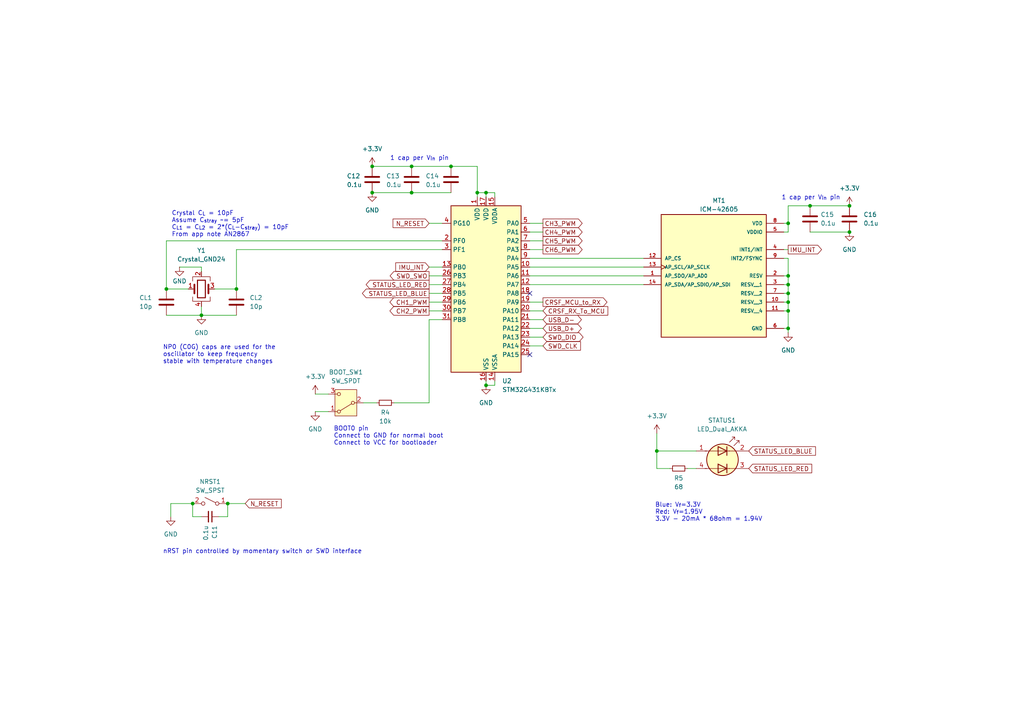
<source format=kicad_sch>
(kicad_sch (version 20250114) (generator "eeschema") (generator_version "9.0")
  (paper "A4")
  (lib_symbols
    (symbol "Device:C" (pin_numbers (hide yes)) (pin_names (offset 0.254))
      (property "Reference" "C" (at 0.635 2.54 0))
      (property "Value" "C" (at 0.635 -2.54 0))
      (symbol "C_0_1"
        (polyline (pts (xy -2.032 0.762) (xy 2.032 0.762)) (stroke (width 0.508)))
        (polyline (pts (xy -2.032 -0.762) (xy 2.032 -0.762)) (stroke (width 0.508)))
      )
      (symbol "C_1_1"
        (pin passive line (at 0 3.81 270) (length 2.794) (name "~") (number "1"))
        (pin passive line (at 0 -3.81 90) (length 2.794) (name "~") (number "2"))
      )
    )
    (symbol "Device:C_Small" (pin_numbers (hide yes)) (pin_names (offset 0.254) (hide yes))
      (property "Reference" "C" (at 0.254 1.778 0))
      (property "Value" "C_Small" (at 0.254 -2.032 0))
      (symbol "C_Small_0_1"
        (polyline (pts (xy -1.524 0.508) (xy 1.524 0.508)) (stroke (width 0.3048)))
        (polyline (pts (xy -1.524 -0.508) (xy 1.524 -0.508)) (stroke (width 0.3302)))
      )
      (symbol "C_Small_1_1"
        (pin passive line (at 0 2.54 270) (length 2.032) (name "~") (number "1"))
        (pin passive line (at 0 -2.54 90) (length 2.032) (name "~") (number "2"))
      )
    )
    (symbol "Device:Crystal_GND24" (pin_names (offset 1.016) (hide yes))
      (property "Reference" "Y" (at 3.175 5.08 0))
      (property "Value" "Crystal_GND24" (at 3.175 3.175 0))
      (symbol "Crystal_GND24_0_1"
        (polyline (pts (xy -2.54 2.286) (xy -2.54 3.556) (xy 2.54 3.556) (xy 2.54 2.286)))
        (polyline (pts (xy -2.54 0) (xy -2.032 0)))
        (polyline (pts (xy -2.54 -2.286) (xy -2.54 -3.556) (xy 2.54 -3.556) (xy 2.54 -2.286)))
        (polyline (pts (xy -2.032 -1.27) (xy -2.032 1.27)) (stroke (width 0.508)))
        (rectangle (start -1.143 2.54) (end 1.143 -2.54) (stroke (width 0.3048)))
        (polyline (pts (xy 0 3.556) (xy 0 3.81)))
        (polyline (pts (xy 0 -3.81) (xy 0 -3.556)))
        (polyline (pts (xy 2.032 0) (xy 2.54 0)))
        (polyline (pts (xy 2.032 -1.27) (xy 2.032 1.27)) (stroke (width 0.508)))
      )
      (symbol "Crystal_GND24_1_1"
        (pin passive line (at -3.81 0 0) (length 1.27) (name "1") (number "1"))
        (pin passive line (at 0 5.08 270) (length 1.27) (name "2") (number "2"))
        (pin passive line (at 0 -5.08 90) (length 1.27) (name "4") (number "4"))
        (pin passive line (at 3.81 0 180) (length 1.27) (name "3") (number "3"))
      )
    )
    (symbol "Device:LED_Dual_AKKA" (pin_names (offset 0) (hide yes))
      (property "Reference" "D" (at 0 5.715 0))
      (property "Value" "LED_Dual_AKKA" (at 0 -6.35 0))
      (symbol "LED_Dual_AKKA_0_1"
        (polyline (pts (xy -5.08 2.54) (xy 2.032 2.54)))
        (polyline (pts (xy -5.08 -2.54) (xy 2.032 -2.54)))
        (polyline (pts (xy -1.27 3.81) (xy -1.27 1.27) (xy 1.27 2.54) (xy -1.27 3.81)) (stroke (width 0.254)))
        (polyline (pts (xy -1.27 -1.27) (xy -1.27 -3.81) (xy 1.27 -2.54) (xy -1.27 -1.27)) (stroke (width 0.254)))
        (circle (center 0 0) (radius 4.572) (stroke (width 0.254)) (fill (type background)))
        (polyline (pts (xy 1.27 3.81) (xy 1.27 1.27)) (stroke (width 0.254)))
        (polyline (pts (xy 1.27 -1.27) (xy 1.27 -3.81)) (stroke (width 0.254)))
        (polyline (pts (xy 2.032 5.08) (xy 3.556 6.604) (xy 2.794 6.604) (xy 3.556 6.604) (xy 3.556 5.842)))
        (polyline (pts (xy 3.302 4.064) (xy 4.826 5.588) (xy 4.064 5.588) (xy 4.826 5.588) (xy 4.826 4.826)))
        (polyline (pts (xy 3.81 2.54) (xy 1.905 2.54)))
        (polyline (pts (xy 3.81 -2.54) (xy 1.905 -2.54)))
      )
      (symbol "LED_Dual_AKKA_1_1"
        (pin input line (at -7.62 2.54 0) (length 3.048) (name "A1") (number "1"))
        (pin input line (at -7.62 -2.54 0) (length 3.048) (name "A2") (number "4"))
        (pin input line (at 7.62 2.54 180) (length 3.81) (name "K1") (number "2"))
        (pin input line (at 7.62 -2.54 180) (length 3.81) (name "K2") (number "3"))
      )
    )
    (symbol "Device:R_Small" (pin_numbers (hide yes)) (pin_names (offset 0.254) (hide yes))
      (property "Reference" "R" (at 0.762 0.508 0))
      (property "Value" "R_Small" (at 0.762 -1.016 0))
      (symbol "R_Small_0_1"
        (rectangle (start -0.762 1.778) (end 0.762 -1.778) (stroke (width 0.2032)))
      )
      (symbol "R_Small_1_1"
        (pin passive line (at 0 2.54 270) (length 0.762) (name "~") (number "1"))
        (pin passive line (at 0 -2.54 90) (length 0.762) (name "~") (number "2"))
      )
    )
    (symbol "MCU_ST_STM32G4:STM32G431KBTx"
      (property "Reference" "U" (at -10.16 26.67 0))
      (property "Value" "STM32G431KBTx" (at 5.08 26.67 0))
      (symbol "STM32G431KBTx_0_1"
        (rectangle (start -10.16 -22.86) (end 10.16 25.4) (stroke (width 0.254)) (fill (type background)))
      )
      (symbol "STM32G431KBTx_1_1"
        (pin bidirectional line (at -12.7 20.32 0) (length 2.54) (name "PG10") (number "4"))
        (pin bidirectional line (at -12.7 15.24 0) (length 2.54) (name "PF0") (number "2"))
        (pin bidirectional line (at -12.7 12.7 0) (length 2.54) (name "PF1") (number "3"))
        (pin bidirectional line (at -12.7 7.62 0) (length 2.54) (name "PB0") (number "13"))
        (pin bidirectional line (at -12.7 5.08 0) (length 2.54) (name "PB3") (number "26"))
        (pin bidirectional line (at -12.7 2.54 0) (length 2.54) (name "PB4") (number "27"))
        (pin bidirectional line (at -12.7 0 0) (length 2.54) (name "PB5") (number "28"))
        (pin bidirectional line (at -12.7 -2.54 0) (length 2.54) (name "PB6") (number "29"))
        (pin bidirectional line (at -12.7 -5.08 0) (length 2.54) (name "PB7") (number "30"))
        (pin bidirectional line (at -12.7 -7.62 0) (length 2.54) (name "PB8") (number "31"))
        (pin power_in line (at -2.54 27.94 270) (length 2.54) (name "VDD") (number "1"))
        (pin power_in line (at 0 27.94 270) (length 2.54) (name "VDD") (number "17"))
        (pin power_in line (at 0 -25.4 90) (length 2.54) (name "VSS") (number "16"))
        (pin passive line (at 0 -25.4 90) (length 2.54) (hide yes) (name "VSS") (number "32"))
        (pin power_in line (at 2.54 27.94 270) (length 2.54) (name "VDDA") (number "15"))
        (pin power_in line (at 2.54 -25.4 90) (length 2.54) (name "VSSA") (number "14"))
        (pin bidirectional line (at 12.7 20.32 180) (length 2.54) (name "PA0") (number "5"))
        (pin bidirectional line (at 12.7 17.78 180) (length 2.54) (name "PA1") (number "6"))
        (pin bidirectional line (at 12.7 15.24 180) (length 2.54) (name "PA2") (number "7"))
        (pin bidirectional line (at 12.7 12.7 180) (length 2.54) (name "PA3") (number "8"))
        (pin bidirectional line (at 12.7 10.16 180) (length 2.54) (name "PA4") (number "9"))
        (pin bidirectional line (at 12.7 7.62 180) (length 2.54) (name "PA5") (number "10"))
        (pin bidirectional line (at 12.7 5.08 180) (length 2.54) (name "PA6") (number "11"))
        (pin bidirectional line (at 12.7 2.54 180) (length 2.54) (name "PA7") (number "12"))
        (pin bidirectional line (at 12.7 0 180) (length 2.54) (name "PA8") (number "18"))
        (pin bidirectional line (at 12.7 -2.54 180) (length 2.54) (name "PA9") (number "19"))
        (pin bidirectional line (at 12.7 -5.08 180) (length 2.54) (name "PA10") (number "20"))
        (pin bidirectional line (at 12.7 -7.62 180) (length 2.54) (name "PA11") (number "21"))
        (pin bidirectional line (at 12.7 -10.16 180) (length 2.54) (name "PA12") (number "22"))
        (pin bidirectional line (at 12.7 -12.7 180) (length 2.54) (name "PA13") (number "23"))
        (pin bidirectional line (at 12.7 -15.24 180) (length 2.54) (name "PA14") (number "24"))
        (pin bidirectional line (at 12.7 -17.78 180) (length 2.54) (name "PA15") (number "25"))
      )
    )
    (symbol "Sensor_Motion_Custom:ICM-42605" (pin_names (offset 1.016))
      (property "Reference" "MT" (at -5.334 15.748 0))
      (property "Value" "ICM-42605" (at -9.398 13.462 0))
      (symbol "ICM-42605_0_0"
        (rectangle (start -20.32 12.7) (end 10.16 -22.86) (stroke (width 0.254)) (fill (type background)))
        (pin input line (at -25.4 0 0) (length 5.08) (name "AP_CS") (number "12"))
        (pin input clock (at -25.4 -2.54 0) (length 5.08) (name "AP_SCL/AP_SCLK") (number "13"))
        (pin bidirectional line (at -25.4 -5.08 0) (length 5.08) (name "AP_SDO/AP_AD0") (number "1"))
        (pin bidirectional line (at -25.4 -7.62 0) (length 5.08) (name "AP_SDA/AP_SDIO/AP_SDI") (number "14"))
        (pin power_in line (at 15.24 10.16 180) (length 5.08) (name "VDD") (number "8"))
        (pin power_in line (at 15.24 7.62 180) (length 5.08) (name "VDDIO") (number "5"))
        (pin output line (at 15.24 2.54 180) (length 5.08) (name "INT1/INT") (number "4"))
        (pin bidirectional line (at 15.24 0 180) (length 5.08) (name "INT2/FSYNC") (number "9"))
        (pin passive line (at 15.24 -5.08 180) (length 5.08) (name "RESV") (number "2"))
        (pin passive line (at 15.24 -7.62 180) (length 5.08) (name "RESV__1") (number "3"))
        (pin passive line (at 15.24 -10.16 180) (length 5.08) (name "RESV__2") (number "7"))
        (pin passive line (at 15.24 -12.7 180) (length 5.08) (name "RESV__3") (number "10"))
        (pin passive line (at 15.24 -15.24 180) (length 5.08) (name "RESV__4") (number "11"))
        (pin power_in line (at 15.24 -20.32 180) (length 5.08) (name "GND") (number "6"))
      )
    )
    (symbol "Switch:SW_SPDT" (pin_names (offset 0) (hide yes))
      (property "Reference" "SW" (at 0 5.08 0))
      (property "Value" "SW_SPDT" (at 0 -5.08 0))
      (symbol "SW_SPDT_0_1"
        (circle (center -2.032 0) (radius 0.4572))
        (polyline (pts (xy -1.651 0.254) (xy 1.651 2.286)))
        (circle (center 2.032 2.54) (radius 0.4572))
        (circle (center 2.032 -2.54) (radius 0.4572))
      )
      (symbol "SW_SPDT_1_1"
        (rectangle (start -3.175 3.81) (end 3.175 -3.81) (fill (type background)))
        (pin passive line (at -5.08 0 0) (length 2.54) (name "B") (number "2"))
        (pin passive line (at 5.08 2.54 180) (length 2.54) (name "A") (number "1"))
        (pin passive line (at 5.08 -2.54 180) (length 2.54) (name "C") (number "3"))
      )
    )
    (symbol "Switch:SW_SPST" (pin_names (offset 0) (hide yes))
      (property "Reference" "SW" (at 0 3.175 0))
      (property "Value" "SW_SPST" (at 0 -2.54 0))
      (symbol "SW_SPST_0_0"
        (circle (center -2.032 0) (radius 0.508))
        (polyline (pts (xy -1.524 0.254) (xy 1.524 1.778)))
        (circle (center 2.032 0) (radius 0.508))
      )
      (symbol "SW_SPST_1_1"
        (pin passive line (at -5.08 0 0) (length 2.54) (name "A") (number "1"))
        (pin passive line (at 5.08 0 180) (length 2.54) (name "B") (number "2"))
      )
    )
    (symbol "power:+3.3V" (power) (pin_numbers (hide yes)) (pin_names (offset 0) (hide yes))
      (property "Value" "+3.3V" (at 0 3.556 0))
      (symbol "+3.3V_0_1"
        (polyline (pts (xy -0.762 1.27) (xy 0 2.54)))
        (polyline (pts (xy 0 2.54) (xy 0.762 1.27)))
        (polyline (pts (xy 0 0) (xy 0 2.54)))
      )
      (symbol "+3.3V_1_1"
        (pin power_in line (at 0 0 90) (length 0) (name "~") (number "1"))
      )
    )
    (symbol "power:GND" (power) (pin_numbers (hide yes)) (pin_names (offset 0) (hide yes))
      (property "Value" "GND" (at 0 -3.81 0))
      (symbol "GND_0_1"
        (polyline (pts (xy 0 0) (xy 0 -1.27) (xy 1.27 -1.27) (xy 0 -2.54) (xy -1.27 -1.27) (xy 0 -1.27)))
      )
      (symbol "GND_1_1"
        (pin power_in line (at 0 0 270) (length 0) (name "~") (number "1"))
      )
    )
  )
  (text "NP0 (C0G) caps are used for the\noscillator to keep frequency\nstable with temperature changes" (at 47.244 102.87 0) (effects (font (size 1.27 1.27)) (justify left)))
  (text "Blue: V_{f}=3.3V\nRed: V_{f}=1.95V\n3.3V - 20mA * 68ohm = 1.94V" (at 189.992 148.59 0) (effects (font (size 1.27 1.27)) (justify left)))
  (text "1 cap per V_{in} pin" (at 121.666 45.974 0) (effects (font (size 1.27 1.27))))
  (text "BOOT0 pin\nConnect to GND for normal boot\nConnect to VCC for bootloader" (at 96.774 126.492 0) (effects (font (size 1.27 1.27)) (justify left)))
  (text "1 cap per V_{in} pin" (at 235.204 57.404 0) (effects (font (size 1.27 1.27))))
  (text "nRST pin controlled by momentary switch or SWD interface" (at 47.244 160.02 0) (effects (font (size 1.27 1.27)) (justify left)))
  (text "Crystal C_{L} = 10pF\nAssume C_{stray} ~= 5pF\nC_{L1} = C_{L2} = 2*(C_{L}-C_{stray}) = 10pF\nFrom app note AN2867" (at 49.784 65.024 0) (effects (font (size 1.27 1.27)) (justify left)))
  (junction (at 107.95 55.88))
  (junction (at 246.38 67.31))
  (junction (at 246.38 59.69))
  (junction (at 138.43 55.88))
  (junction (at 140.97 111.76))
  (junction (at 228.6 90.17))
  (junction (at 48.26 83.82))
  (junction (at 228.6 85.09))
  (junction (at 68.58 83.82))
  (junction (at 228.6 64.77))
  (junction (at 190.5 130.81))
  (junction (at 107.95 48.26))
  (junction (at 228.6 82.55))
  (junction (at 228.6 80.01))
  (junction (at 119.38 48.26))
  (junction (at 228.6 87.63))
  (junction (at 58.42 91.44))
  (junction (at 234.95 59.69))
  (junction (at 66.04 146.05))
  (junction (at 140.97 55.88))
  (junction (at 119.38 55.88))
  (junction (at 55.88 146.05))
  (junction (at 130.81 48.26))
  (junction (at 228.6 95.25))
  (no_connect (at 153.67 85.09))
  (no_connect (at 153.67 102.87))
  (wire (pts (xy 124.46 116.84) (xy 124.46 92.71)))
  (wire (pts (xy 153.67 80.01) (xy 186.69 80.01)))
  (wire (pts (xy 227.33 87.63) (xy 228.6 87.63)))
  (wire (pts (xy 48.26 83.82) (xy 54.61 83.82)))
  (wire (pts (xy 228.6 85.09) (xy 228.6 87.63)))
  (wire (pts (xy 190.5 130.81) (xy 201.93 130.81)))
  (wire (pts (xy 227.33 82.55) (xy 228.6 82.55)))
  (wire (pts (xy 124.46 77.47) (xy 128.27 77.47)))
  (wire (pts (xy 140.97 111.76) (xy 140.97 110.49)))
  (wire (pts (xy 68.58 72.39) (xy 128.27 72.39)))
  (wire (pts (xy 157.48 72.39) (xy 153.67 72.39)))
  (wire (pts (xy 234.95 67.31) (xy 246.38 67.31)))
  (wire (pts (xy 228.6 95.25) (xy 227.33 95.25)))
  (wire (pts (xy 228.6 80.01) (xy 228.6 82.55)))
  (wire (pts (xy 228.6 72.39) (xy 227.33 72.39)))
  (wire (pts (xy 153.67 100.33) (xy 157.48 100.33)))
  (wire (pts (xy 58.42 88.9) (xy 58.42 91.44)))
  (wire (pts (xy 124.46 92.71) (xy 128.27 92.71)))
  (wire (pts (xy 227.33 85.09) (xy 228.6 85.09)))
  (wire (pts (xy 228.6 90.17) (xy 228.6 95.25)))
  (wire (pts (xy 124.46 82.55) (xy 128.27 82.55)))
  (wire (pts (xy 138.43 48.26) (xy 138.43 55.88)))
  (wire (pts (xy 153.67 87.63) (xy 157.48 87.63)))
  (wire (pts (xy 124.46 85.09) (xy 128.27 85.09)))
  (wire (pts (xy 153.67 90.17) (xy 157.48 90.17)))
  (wire (pts (xy 63.5 149.86) (xy 66.04 149.86)))
  (wire (pts (xy 91.44 119.38) (xy 95.25 119.38)))
  (wire (pts (xy 228.6 59.69) (xy 228.6 64.77)))
  (wire (pts (xy 48.26 91.44) (xy 58.42 91.44)))
  (wire (pts (xy 66.04 146.05) (xy 71.12 146.05)))
  (wire (pts (xy 48.26 69.85) (xy 48.26 83.82)))
  (wire (pts (xy 49.53 146.05) (xy 55.88 146.05)))
  (wire (pts (xy 157.48 64.77) (xy 153.67 64.77)))
  (wire (pts (xy 107.95 55.88) (xy 119.38 55.88)))
  (wire (pts (xy 227.33 64.77) (xy 228.6 64.77)))
  (wire (pts (xy 153.67 97.79) (xy 157.48 97.79)))
  (wire (pts (xy 119.38 55.88) (xy 130.81 55.88)))
  (wire (pts (xy 143.51 111.76) (xy 140.97 111.76)))
  (wire (pts (xy 68.58 72.39) (xy 68.58 83.82)))
  (wire (pts (xy 124.46 87.63) (xy 128.27 87.63)))
  (wire (pts (xy 55.88 146.05) (xy 55.88 149.86)))
  (wire (pts (xy 228.6 82.55) (xy 228.6 85.09)))
  (wire (pts (xy 153.67 77.47) (xy 186.69 77.47)))
  (wire (pts (xy 49.53 149.86) (xy 49.53 146.05)))
  (wire (pts (xy 228.6 74.93) (xy 228.6 80.01)))
  (wire (pts (xy 58.42 91.44) (xy 68.58 91.44)))
  (wire (pts (xy 194.31 135.89) (xy 190.5 135.89)))
  (wire (pts (xy 91.44 114.3) (xy 95.25 114.3)))
  (wire (pts (xy 124.46 90.17) (xy 128.27 90.17)))
  (wire (pts (xy 140.97 55.88) (xy 143.51 55.88)))
  (wire (pts (xy 48.26 69.85) (xy 128.27 69.85)))
  (wire (pts (xy 107.95 48.26) (xy 119.38 48.26)))
  (wire (pts (xy 62.23 83.82) (xy 68.58 83.82)))
  (wire (pts (xy 55.88 149.86) (xy 58.42 149.86)))
  (wire (pts (xy 228.6 59.69) (xy 234.95 59.69)))
  (wire (pts (xy 153.67 92.71) (xy 157.48 92.71)))
  (wire (pts (xy 143.51 110.49) (xy 143.51 111.76)))
  (wire (pts (xy 227.33 74.93) (xy 228.6 74.93)))
  (wire (pts (xy 138.43 55.88) (xy 138.43 57.15)))
  (wire (pts (xy 153.67 82.55) (xy 186.69 82.55)))
  (wire (pts (xy 228.6 95.25) (xy 228.6 96.52)))
  (wire (pts (xy 114.3 116.84) (xy 124.46 116.84)))
  (wire (pts (xy 190.5 125.73) (xy 190.5 130.81)))
  (wire (pts (xy 227.33 80.01) (xy 228.6 80.01)))
  (wire (pts (xy 105.41 116.84) (xy 109.22 116.84)))
  (wire (pts (xy 119.38 48.26) (xy 130.81 48.26)))
  (wire (pts (xy 157.48 69.85) (xy 153.67 69.85)))
  (wire (pts (xy 153.67 95.25) (xy 157.48 95.25)))
  (wire (pts (xy 66.04 149.86) (xy 66.04 146.05)))
  (wire (pts (xy 130.81 48.26) (xy 138.43 48.26)))
  (wire (pts (xy 140.97 55.88) (xy 140.97 57.15)))
  (wire (pts (xy 153.67 74.93) (xy 186.69 74.93)))
  (wire (pts (xy 124.46 64.77) (xy 128.27 64.77)))
  (wire (pts (xy 58.42 78.74) (xy 58.42 77.47)))
  (wire (pts (xy 199.39 135.89) (xy 201.93 135.89)))
  (wire (pts (xy 227.33 90.17) (xy 228.6 90.17)))
  (wire (pts (xy 190.5 135.89) (xy 190.5 130.81)))
  (wire (pts (xy 143.51 55.88) (xy 143.51 57.15)))
  (wire (pts (xy 234.95 59.69) (xy 246.38 59.69)))
  (wire (pts (xy 157.48 67.31) (xy 153.67 67.31)))
  (wire (pts (xy 227.33 67.31) (xy 228.6 67.31)))
  (wire (pts (xy 228.6 87.63) (xy 228.6 90.17)))
  (wire (pts (xy 124.46 80.01) (xy 128.27 80.01)))
  (wire (pts (xy 228.6 67.31) (xy 228.6 64.77)))
  (wire (pts (xy 138.43 55.88) (xy 140.97 55.88)))
  (wire (pts (xy 58.42 77.47) (xy 52.07 77.47)))
  (global_label "USB_D-" (shape bidirectional) (at 157.48 92.71 0) (property "Intersheetrefs" "${INTERSHEET_REFS}" (effects (hide yes))))
  (global_label "CH2_PWM" (shape output) (at 124.46 90.17 180) (property "Intersheetrefs" "${INTERSHEET_REFS}" (effects (hide yes))))
  (global_label "STATUS_LED_RED" (shape input) (at 217.17 135.89 0) (property "Intersheetrefs" "${INTERSHEET_REFS}" (effects (hide yes))))
  (global_label "IMU_INT" (shape output) (at 228.6 72.39 0) (property "Intersheetrefs" "${INTERSHEET_REFS}" (effects (hide yes))))
  (global_label "CH5_PWM" (shape output) (at 157.48 69.85 0) (property "Intersheetrefs" "${INTERSHEET_REFS}" (effects (hide yes))))
  (global_label "IMU_INT" (shape input) (at 124.46 77.47 180) (property "Intersheetrefs" "${INTERSHEET_REFS}" (effects (hide yes))))
  (global_label "CRSF_RX_To_MCU" (shape input) (at 157.48 90.17 0) (property "Intersheetrefs" "${INTERSHEET_REFS}" (effects (hide yes))))
  (global_label "CH6_PWM" (shape output) (at 157.48 72.39 0) (property "Intersheetrefs" "${INTERSHEET_REFS}" (effects (hide yes))))
  (global_label "CH1_PWM" (shape output) (at 124.46 87.63 180) (property "Intersheetrefs" "${INTERSHEET_REFS}" (effects (hide yes))))
  (global_label "SWD_SWO" (shape output) (at 124.46 80.01 180) (property "Intersheetrefs" "${INTERSHEET_REFS}" (effects (hide yes))))
  (global_label "STATUS_LED_BLUE" (shape input) (at 217.17 130.81 0) (property "Intersheetrefs" "${INTERSHEET_REFS}" (effects (hide yes))))
  (global_label "CRSF_MCU_to_RX" (shape output) (at 157.48 87.63 0) (property "Intersheetrefs" "${INTERSHEET_REFS}" (effects (hide yes))))
  (global_label "STATUS_LED_RED" (shape output) (at 124.46 82.55 180) (property "Intersheetrefs" "${INTERSHEET_REFS}" (effects (hide yes))))
  (global_label "CH3_PWM" (shape output) (at 157.48 64.77 0) (property "Intersheetrefs" "${INTERSHEET_REFS}" (effects (hide yes))))
  (global_label "N_RESET" (shape input) (at 124.46 64.77 180) (property "Intersheetrefs" "${INTERSHEET_REFS}" (effects (hide yes))))
  (global_label "SWD_DIO" (shape bidirectional) (at 157.48 97.79 0) (property "Intersheetrefs" "${INTERSHEET_REFS}" (effects (hide yes))))
  (global_label "SWD_CLK" (shape input) (at 157.48 100.33 0) (property "Intersheetrefs" "${INTERSHEET_REFS}" (effects (hide yes))))
  (global_label "USB_D+" (shape bidirectional) (at 157.48 95.25 0) (property "Intersheetrefs" "${INTERSHEET_REFS}" (effects (hide yes))))
  (global_label "CH4_PWM" (shape output) (at 157.48 67.31 0) (property "Intersheetrefs" "${INTERSHEET_REFS}" (effects (hide yes))))
  (global_label "N_RESET" (shape input) (at 71.12 146.05 0) (property "Intersheetrefs" "${INTERSHEET_REFS}" (effects (hide yes))))
  (global_label "STATUS_LED_BLUE" (shape output) (at 124.46 85.09 180) (property "Intersheetrefs" "${INTERSHEET_REFS}" (effects (hide yes))))
  (symbol (lib_id "Device:R_Small") (at 111.76 116.84 270) (unit 1)
    (property "Reference" "R4" (at 111.76 119.634 90))
    (property "Value" "10k" (at 111.76 122.174 90))
    (property "Footprint" "Resistor_SMD:R_0603_1608Metric_Pad0.98x0.95mm_HandSolder" (effects (hide yes)))
    (property "Description" "Resistor, small symbol" (effects (hide yes)))
    (property "Part Number" "311-10.0KHRTR-ND" (effects (hide yes)))
  )
  (symbol (lib_id "power:GND") (at 246.38 67.31 0) (unit 1)
    (property "Reference" "#PWR018" (effects (hide yes)))
    (property "Value" "GND" (at 246.38 72.39 0))
    (property "Description" "Power symbol creates a global label with name \"GND\" , ground" (effects (hide yes)))
  )
  (symbol (lib_id "MCU_ST_STM32G4:STM32G431KBTx") (at 140.97 85.09 0) (unit 1)
    (property "Reference" "U2" (at 145.6533 110.49 0) (effects (justify left)))
    (property "Value" "STM32G431KBTx" (at 145.6533 113.03 0) (effects (justify left)))
    (property "Footprint" "Package_QFP:LQFP-32_7x7mm_P0.8mm" (effects (hide yes)))
    (property "Datasheet" "https://www.st.com/resource/en/datasheet/stm32g431kb.pdf" (effects (hide yes)))
    (property "Description" "STMicroelectronics Arm Cortex-M4 MCU, 128KB flash, 32KB RAM, 170 MHz, 1.71-3.6V, 26 GPIO, LQFP32" (effects (hide yes)))
    (property "Part Number" "497-19470-ND" (effects (hide yes)))
  )
  (symbol (lib_id "Device:C") (at 48.26 87.63 0) (unit 1)
    (property "Reference" "CL1" (at 40.386 86.36 0) (effects (justify left)))
    (property "Value" "10p" (at 40.386 88.9 0) (effects (justify left)))
    (property "Footprint" "Capacitor_SMD:C_0603_1608Metric_Pad1.08x0.95mm_HandSolder" (effects (hide yes)))
    (property "Description" "Unpolarized capacitor" (effects (hide yes)))
    (property "Part Number" "311-3908-2-ND" (effects (hide yes)))
  )
  (symbol (lib_id "power:+3.3V") (at 91.44 114.3 0) (unit 1)
    (property "Reference" "#PWR010" (effects (hide yes)))
    (property "Value" "+3.3V" (at 91.44 109.22 0))
    (property "Description" "Power symbol creates a global label with name \"+3.3V\"" (effects (hide yes)))
  )
  (symbol (lib_id "power:GND") (at 228.6 96.52 0) (unit 1)
    (property "Reference" "#PWR016" (effects (hide yes)))
    (property "Value" "GND" (at 228.6 101.6 0))
    (property "Description" "Power symbol creates a global label with name \"GND\" , ground" (effects (hide yes)))
  )
  (symbol (lib_id "Device:C") (at 119.38 52.07 0) (unit 1)
    (property "Reference" "C13" (at 112.014 51.054 0) (effects (justify left)))
    (property "Value" "0.1u" (at 112.014 53.594 0) (effects (justify left)))
    (property "Footprint" "Capacitor_SMD:C_0603_1608Metric_Pad1.08x0.95mm_HandSolder" (effects (hide yes)))
    (property "Description" "Unpolarized capacitor" (effects (hide yes)))
    (property "Part Number" "311-1341-2-ND" (effects (hide yes)))
  )
  (symbol (lib_id "Sensor_Motion_Custom:ICM-42605") (at 212.09 74.93 0) (unit 1)
    (property "Reference" "MT1" (at 208.534 58.166 0))
    (property "Value" "ICM-42605" (at 208.534 60.706 0))
    (property "Footprint" "Package_LGA_Custom:XDCR_ICM-42605" (effects (hide yes)))
    (property "Description" "Accelerometer, Gyroscope, 6 Axis Sensor I2C, I3C, SPI Output" (effects (hide yes)))
    (property "PARTREV" "1.7" (effects (hide yes)))
    (property "STANDARD" "Manufacturer Recommendations" (effects (hide yes)))
    (property "MAXIMUM_PACKAGE_HEIGHT" "0.97 mm" (effects (hide yes)))
    (property "MANUFACTURER" "TDK InvenSense" (effects (hide yes)))
    (property "Part Number" "1428-1152-2-ND" (effects (hide yes)))
  )
  (symbol (lib_id "Device:C") (at 107.95 52.07 0) (unit 1)
    (property "Reference" "C12" (at 100.584 51.054 0) (effects (justify left)))
    (property "Value" "0.1u" (at 100.584 53.594 0) (effects (justify left)))
    (property "Footprint" "Capacitor_SMD:C_0603_1608Metric_Pad1.08x0.95mm_HandSolder" (effects (hide yes)))
    (property "Description" "Unpolarized capacitor" (effects (hide yes)))
    (property "Part Number" "311-1341-2-ND" (effects (hide yes)))
  )
  (symbol (lib_id "power:+3.3V") (at 246.38 59.69 0) (unit 1)
    (property "Reference" "#PWR017" (effects (hide yes)))
    (property "Value" "+3.3V" (at 246.38 54.61 0))
    (property "Description" "Power symbol creates a global label with name \"+3.3V\"" (effects (hide yes)))
  )
  (symbol (lib_id "power:GND") (at 140.97 111.76 0) (unit 1)
    (property "Reference" "#PWR014" (effects (hide yes)))
    (property "Value" "GND" (at 140.97 116.84 0))
    (property "Description" "Power symbol creates a global label with name \"GND\" , ground" (effects (hide yes)))
  )
  (symbol (lib_id "Device:Crystal_GND24") (at 58.42 83.82 0) (unit 1)
    (property "Reference" "Y1" (at 58.42 72.644 0))
    (property "Value" "Crystal_GND24" (at 58.42 75.184 0))
    (property "Footprint" "Crystal_Custom:XTAL_ECS-80-10-30B-CKM-TR" (effects (hide yes)))
    (property "Description" "Four pin crystal, GND on pins 2 and 4" (effects (hide yes)))
    (property "Part Number" "50-ECS-80-10-30B-CKM-TR-ND" (effects (hide yes)))
  )
  (symbol (lib_id "power:+3.3V") (at 190.5 125.73 0) (unit 1)
    (property "Reference" "#PWR015" (effects (hide yes)))
    (property "Value" "+3.3V" (at 190.5 120.65 0))
    (property "Description" "Power symbol creates a global label with name \"+3.3V\"" (effects (hide yes)))
  )
  (symbol (lib_id "Device:C") (at 246.38 63.5 0) (unit 1)
    (property "Reference" "C16" (at 250.444 62.23 0) (effects (justify left)))
    (property "Value" "0.1u" (at 250.444 64.77 0) (effects (justify left)))
    (property "Footprint" "Capacitor_SMD:C_0603_1608Metric_Pad1.08x0.95mm_HandSolder" (effects (hide yes)))
    (property "Description" "Unpolarized capacitor" (effects (hide yes)))
    (property "Part Number" "311-1341-2-ND" (effects (hide yes)))
  )
  (symbol (lib_id "power:GND") (at 58.42 91.44 0) (unit 1)
    (property "Reference" "#PWR09" (effects (hide yes)))
    (property "Value" "GND" (at 58.42 96.52 0))
    (property "Description" "Power symbol creates a global label with name \"GND\" , ground" (effects (hide yes)))
  )
  (symbol (lib_id "Device:C") (at 68.58 87.63 0) (unit 1)
    (property "Reference" "CL2" (at 72.39 86.3599 0) (effects (justify left)))
    (property "Value" "10p" (at 72.39 88.8999 0) (effects (justify left)))
    (property "Footprint" "Capacitor_SMD:C_0603_1608Metric_Pad1.08x0.95mm_HandSolder" (effects (hide yes)))
    (property "Description" "Unpolarized capacitor" (effects (hide yes)))
    (property "Part Number" "311-3908-2-ND" (effects (hide yes)))
  )
  (symbol (lib_id "power:GND") (at 52.07 77.47 0) (unit 1)
    (property "Reference" "#PWR08" (effects (hide yes)))
    (property "Value" "GND" (at 52.07 81.534 0))
    (property "Description" "Power symbol creates a global label with name \"GND\" , ground" (effects (hide yes)))
  )
  (symbol (lib_id "Switch:SW_SPDT") (at 100.33 116.84 180) (unit 1)
    (property "Reference" "BOOT_SW1" (at 100.33 107.95 0))
    (property "Value" "SW_SPDT" (at 100.33 110.49 0))
    (property "Footprint" "Button_Switch_THT_Custom:SW_SLW-883935-2A-D" (effects (hide yes)))
    (property "Description" "Switch, single pole double throw" (effects (hide yes)))
    (property "Part Number" "2223-SLW-883935-2A-D-ND" (effects (hide yes)))
  )
  (symbol (lib_id "Device:R_Small") (at 196.85 135.89 90) (unit 1)
    (property "Reference" "R5" (at 196.85 138.684 90))
    (property "Value" "68" (at 196.85 141.224 90))
    (property "Footprint" "Resistor_SMD:R_0603_1608Metric_Pad0.98x0.95mm_HandSolder" (effects (hide yes)))
    (property "Description" "Resistor, small symbol" (effects (hide yes)))
    (property "Part Number" "311-68.0HRTR-ND" (effects (hide yes)))
  )
  (symbol (lib_id "power:GND") (at 107.95 55.88 0) (unit 1)
    (property "Reference" "#PWR013" (effects (hide yes)))
    (property "Value" "GND" (at 107.95 60.96 0))
    (property "Description" "Power symbol creates a global label with name \"GND\" , ground" (effects (hide yes)))
  )
  (symbol (lib_id "Device:C") (at 234.95 63.5 0) (unit 1)
    (property "Reference" "C15" (at 237.998 62.23 0) (effects (justify left)))
    (property "Value" "0.1u" (at 237.998 64.77 0) (effects (justify left)))
    (property "Footprint" "Capacitor_SMD:C_0603_1608Metric_Pad1.08x0.95mm_HandSolder" (effects (hide yes)))
    (property "Description" "Unpolarized capacitor" (effects (hide yes)))
    (property "Part Number" "311-1341-2-ND" (effects (hide yes)))
  )
  (symbol (lib_id "Device:C_Small") (at 60.96 149.86 270) (unit 1)
    (property "Reference" "C11" (at 62.23 152.4 0) (effects (justify left)))
    (property "Value" "0.1u" (at 59.69 152.4 0) (effects (justify left)))
    (property "Footprint" "Capacitor_SMD:C_0603_1608Metric_Pad1.08x0.95mm_HandSolder" (effects (hide yes)))
    (property "Description" "Unpolarized capacitor, small symbol" (effects (hide yes)))
    (property "Part Number" "311-1341-2-ND" (effects (hide yes)))
  )
  (symbol (lib_id "Device:LED_Dual_AKKA") (at 209.55 133.35 0) (unit 1)
    (property "Reference" "STATUS1" (at 209.423 121.92 0))
    (property "Value" "LED_Dual_AKKA" (at 209.423 124.46 0))
    (property "Footprint" "LED_SMD_Custom:LED_APHBM2012QBDSURKC" (effects (hide yes)))
    (property "Description" "Dual LED, cathodes on pins 2 and 3" (effects (hide yes)))
    (property "Part Number" "754-1506-2-ND" (effects (hide yes)))
  )
  (symbol (lib_id "Switch:SW_SPST") (at 60.96 146.05 0) (mirror y) (unit 1)
    (property "Reference" "NRST1" (at 60.96 139.7 0))
    (property "Value" "SW_SPST" (at 60.96 142.24 0))
    (property "Footprint" "Button_Switch_SMD_Custom:SW_Tactile_SPST_PTS636SK25FSMTRLFS" (effects (hide yes)))
    (property "Description" "Single Pole Single Throw (SPST) switch" (effects (hide yes)))
    (property "Part Number" "CKN12330-2-ND" (effects (hide yes)))
  )
  (symbol (lib_id "power:GND") (at 91.44 119.38 0) (unit 1)
    (property "Reference" "#PWR011" (effects (hide yes)))
    (property "Value" "GND" (at 91.44 124.46 0))
    (property "Description" "Power symbol creates a global label with name \"GND\" , ground" (effects (hide yes)))
  )
  (symbol (lib_id "power:+3.3V") (at 107.95 48.26 0) (unit 1)
    (property "Reference" "#PWR012" (effects (hide yes)))
    (property "Value" "+3.3V" (at 107.95 43.18 0))
    (property "Description" "Power symbol creates a global label with name \"+3.3V\"" (effects (hide yes)))
  )
  (symbol (lib_id "Device:C") (at 130.81 52.07 0) (unit 1)
    (property "Reference" "C14" (at 123.444 51.054 0) (effects (justify left)))
    (property "Value" "0.1u" (at 123.444 53.594 0) (effects (justify left)))
    (property "Footprint" "Capacitor_SMD:C_0603_1608Metric_Pad1.08x0.95mm_HandSolder" (effects (hide yes)))
    (property "Description" "Unpolarized capacitor" (effects (hide yes)))
    (property "Part Number" "311-1341-2-ND" (effects (hide yes)))
  )
  (symbol (lib_id "power:GND") (at 49.53 149.86 0) (unit 1)
    (property "Reference" "#PWR07" (effects (hide yes)))
    (property "Value" "GND" (at 49.53 154.94 0))
    (property "Description" "Power symbol creates a global label with name \"GND\" , ground" (effects (hide yes)))
  )
)
</source>
